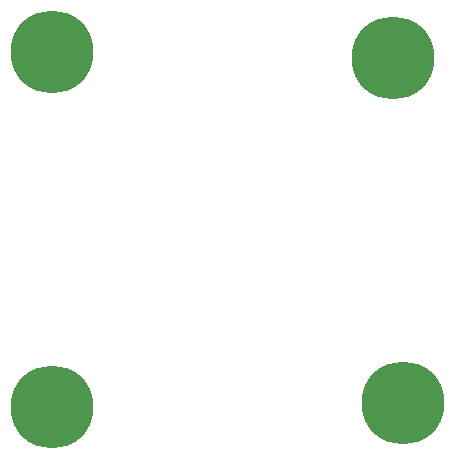
<source format=gbr>
%TF.GenerationSoftware,KiCad,Pcbnew,8.0.8*%
%TF.CreationDate,2025-03-19T14:50:45+02:00*%
%TF.ProjectId,Pcb_intro_timer,5063625f-696e-4747-926f-5f74696d6572,rev?*%
%TF.SameCoordinates,Original*%
%TF.FileFunction,Soldermask,Bot*%
%TF.FilePolarity,Negative*%
%FSLAX46Y46*%
G04 Gerber Fmt 4.6, Leading zero omitted, Abs format (unit mm)*
G04 Created by KiCad (PCBNEW 8.0.8) date 2025-03-19 14:50:45*
%MOMM*%
%LPD*%
G01*
G04 APERTURE LIST*
%ADD10C,0.800000*%
%ADD11C,7.000000*%
G04 APERTURE END LIST*
D10*
%TO.C,H1*%
X168375000Y-75625000D03*
X169143845Y-73768845D03*
X169143845Y-77481155D03*
X171000000Y-73000000D03*
D11*
X171000000Y-75625000D03*
D10*
X171000000Y-78250000D03*
X172856155Y-73768845D03*
X172856155Y-77481155D03*
X173625000Y-75625000D03*
%TD*%
%TO.C,H3*%
X139518845Y-105143845D03*
X140287690Y-103287690D03*
X140287690Y-107000000D03*
X142143845Y-102518845D03*
D11*
X142143845Y-105143845D03*
D10*
X142143845Y-107768845D03*
X144000000Y-103287690D03*
X144000000Y-107000000D03*
X144768845Y-105143845D03*
%TD*%
%TO.C,H4*%
X169231155Y-104856155D03*
X170000000Y-103000000D03*
X170000000Y-106712310D03*
X171856155Y-102231155D03*
D11*
X171856155Y-104856155D03*
D10*
X171856155Y-107481155D03*
X173712310Y-103000000D03*
X173712310Y-106712310D03*
X174481155Y-104856155D03*
%TD*%
%TO.C,H2*%
X139518845Y-75143845D03*
X140287690Y-73287690D03*
X140287690Y-77000000D03*
X142143845Y-72518845D03*
D11*
X142143845Y-75143845D03*
D10*
X142143845Y-77768845D03*
X144000000Y-73287690D03*
X144000000Y-77000000D03*
X144768845Y-75143845D03*
%TD*%
M02*

</source>
